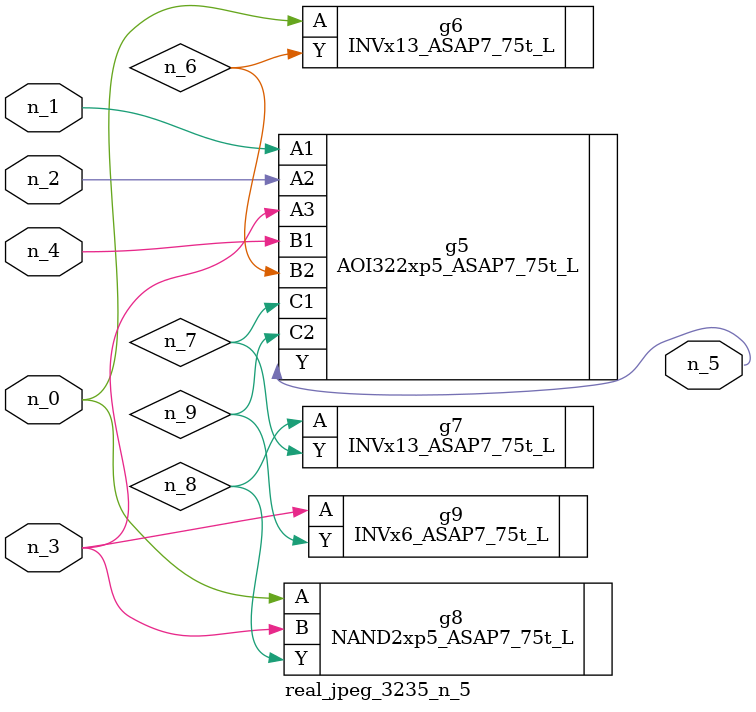
<source format=v>
module real_jpeg_3235_n_5 (n_4, n_0, n_1, n_2, n_3, n_5);

input n_4;
input n_0;
input n_1;
input n_2;
input n_3;

output n_5;

wire n_8;
wire n_6;
wire n_7;
wire n_9;

INVx13_ASAP7_75t_L g6 ( 
.A(n_0),
.Y(n_6)
);

NAND2xp5_ASAP7_75t_L g8 ( 
.A(n_0),
.B(n_3),
.Y(n_8)
);

AOI322xp5_ASAP7_75t_L g5 ( 
.A1(n_1),
.A2(n_2),
.A3(n_3),
.B1(n_4),
.B2(n_6),
.C1(n_7),
.C2(n_9),
.Y(n_5)
);

INVx6_ASAP7_75t_L g9 ( 
.A(n_3),
.Y(n_9)
);

INVx13_ASAP7_75t_L g7 ( 
.A(n_8),
.Y(n_7)
);


endmodule
</source>
